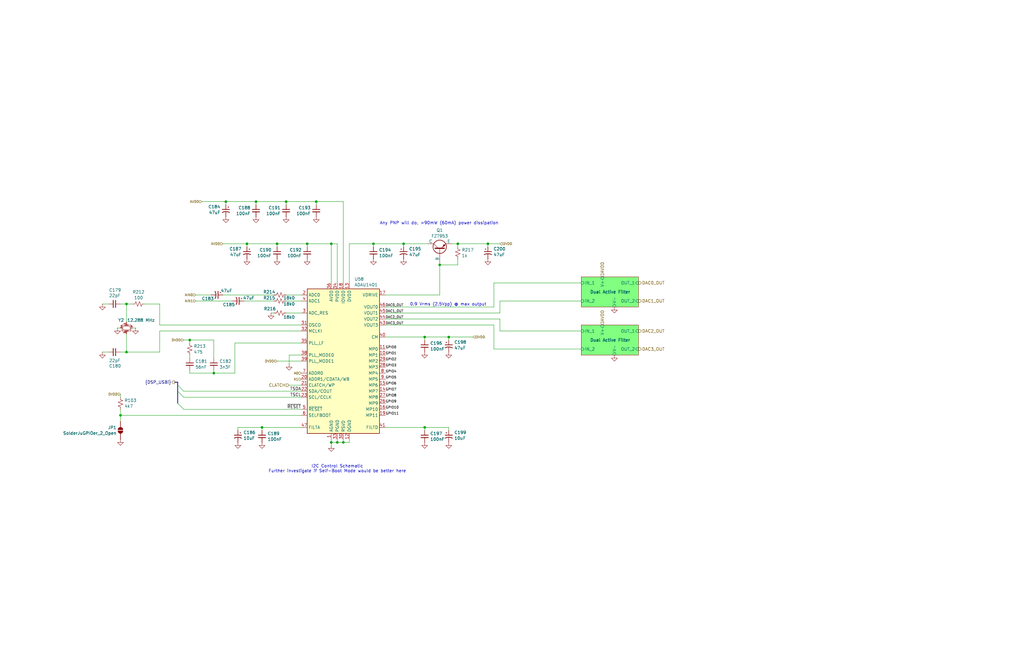
<source format=kicad_sch>
(kicad_sch (version 20250114) (generator "eeschema") (generator_version "9.0")
  (paper "B")
  (lib_symbols
    (symbol "DSP_AnalogDevices:ADAU1701"
      (property "Reference" "U" (at -12.7 31.75 0))
      (property "Value" "ADAU1701" (at 3.81 31.75 0))
      (symbol "ADAU1701_0_1"
        (rectangle (start -15.24 30.48) (end 15.24 -30.48) (stroke (width 0.254)) (fill (type background)))
      )
      (symbol "ADAU1701_1_1"
        (pin input line (at -17.78 27.94 0) (length 2.54) (name "ADC0") (number "2"))
        (pin input line (at -17.78 25.4 0) (length 2.54) (name "ADC1") (number "4"))
        (pin passive line (at -17.78 20.32 0) (length 2.54) (name "ADC_RES") (number "3"))
        (pin passive line (at -17.78 15.24 0) (length 2.54) (name "OSCO") (number "31"))
        (pin passive line (at -17.78 12.7 0) (length 2.54) (name "MCLKI") (number "32"))
        (pin passive line (at -17.78 7.62 0) (length 2.54) (name "PLL_LF") (number "35"))
        (pin input line (at -17.78 2.54 0) (length 2.54) (name "PLL_MODE0") (number "38"))
        (pin input line (at -17.78 0 0) (length 2.54) (name "PLL_MODE1") (number "39"))
        (pin input line (at -17.78 -5.08 0) (length 2.54) (name "ADDR0") (number "7"))
        (pin input line (at -17.78 -7.62 0) (length 2.54) (name "ADDR1/CDATA/WB") (number "20"))
        (pin bidirectional line (at -17.78 -10.16 0) (length 2.54) (name "CLATCH/WP") (number "21"))
        (pin bidirectional line (at -17.78 -12.7 0) (length 2.54) (name "SDA/COUT") (number "22"))
        (pin bidirectional line (at -17.78 -15.24 0) (length 2.54) (name "SCL/CCLK") (number "23"))
        (pin input line (at -17.78 -20.32 0) (length 2.54) (name "~{RESET}") (number "5"))
        (pin input line (at -17.78 -22.86 0) (length 2.54) (name "SELFBOOT") (number "6"))
        (pin output line (at -17.78 -27.94 0) (length 2.54) (name "FILTA") (number "47"))
        (pin power_in line (at -5.08 33.02 270) (length 2.54) (name "AVDD") (number "36"))
        (pin passive line (at -5.08 33.02 270) (length 2.54) (hide yes) (name "AVDD") (number "48"))
        (pin power_in line (at -5.08 -33.02 90) (length 2.54) (name "AGND") (number "1"))
        (pin passive line (at -5.08 -33.02 90) (length 2.54) (hide yes) (name "AGND") (number "37"))
        (pin passive line (at -5.08 -33.02 90) (length 2.54) (hide yes) (name "AGND") (number "42"))
        (pin power_in line (at -2.54 33.02 270) (length 2.54) (name "PVDD") (number "34"))
        (pin power_in line (at -2.54 -33.02 90) (length 2.54) (name "PGND") (number "33"))
        (pin power_in line (at 0 33.02 270) (length 2.54) (name "IOVDD") (number "18"))
        (pin passive line (at 0 -33.02 90) (length 2.54) (name "RSVD") (number "30"))
        (pin power_in line (at 2.54 33.02 270) (length 2.54) (name "DVDD") (number "13"))
        (pin passive line (at 2.54 33.02 270) (length 2.54) (hide yes) (name "DVDD") (number "24"))
        (pin power_in line (at 2.54 -33.02 90) (length 2.54) (name "DGND") (number "12"))
        (pin passive line (at 2.54 -33.02 90) (length 2.54) (hide yes) (name "DGND") (number "25"))
        (pin output line (at 17.78 27.94 180) (length 2.54) (name "VDRIVE") (number "17"))
        (pin output line (at 17.78 22.86 180) (length 2.54) (name "VOUT0") (number "46"))
        (pin output line (at 17.78 20.32 180) (length 2.54) (name "VOUT1") (number "45"))
        (pin output line (at 17.78 17.78 180) (length 2.54) (name "VOUT2") (number "44"))
        (pin output line (at 17.78 15.24 180) (length 2.54) (name "VOUT3") (number "43"))
        (pin output line (at 17.78 10.16 180) (length 2.54) (name "CM") (number "40"))
        (pin bidirectional line (at 17.78 5.08 180) (length 2.54) (name "MP0") (number "11"))
        (pin bidirectional line (at 17.78 2.54 180) (length 2.54) (name "MP1") (number "10"))
        (pin bidirectional line (at 17.78 0 180) (length 2.54) (name "MP2") (number "29"))
        (pin bidirectional line (at 17.78 -2.54 180) (length 2.54) (name "MP3") (number "28"))
        (pin bidirectional line (at 17.78 -5.08 180) (length 2.54) (name "MP4") (number "8"))
        (pin bidirectional line (at 17.78 -7.62 180) (length 2.54) (name "MP5") (number "9"))
        (pin bidirectional line (at 17.78 -10.16 180) (length 2.54) (name "MP6") (number "15"))
        (pin bidirectional line (at 17.78 -12.7 180) (length 2.54) (name "MP7") (number "14"))
        (pin bidirectional line (at 17.78 -15.24 180) (length 2.54) (name "MP8") (number "27"))
        (pin bidirectional line (at 17.78 -17.78 180) (length 2.54) (name "MP9") (number "26"))
        (pin bidirectional line (at 17.78 -20.32 180) (length 2.54) (name "MP10") (number "16"))
        (pin bidirectional line (at 17.78 -22.86 180) (length 2.54) (name "MP11") (number "19"))
        (pin output line (at 17.78 -27.94 180) (length 2.54) (name "FILTD") (number "41"))
      )
    )
    (symbol "Device:C_Polarized_Small_US" (pin_numbers (hide yes)) (pin_names (offset 0.254) (hide yes))
      (property "Reference" "C" (at 0.254 1.778 0))
      (property "Value" "C_Polarized_Small_US" (at 0.254 -2.032 0))
      (symbol "C_Polarized_Small_US_0_1"
        (polyline (pts (xy -1.524 0.508) (xy 1.524 0.508)) (stroke (width 0.3048)))
        (polyline (pts (xy -1.27 1.524) (xy -0.762 1.524)))
        (polyline (pts (xy -1.016 1.27) (xy -1.016 1.778)))
        (arc (start -1.524 -0.762) (mid 0 -0.3734) (end 1.524 -0.762) (stroke (width 0.3048)))
      )
      (symbol "C_Polarized_Small_US_1_1"
        (pin passive line (at 0 2.54 270) (length 2.032) (name "~") (number "1"))
        (pin passive line (at 0 -2.54 90) (length 2.032) (name "~") (number "2"))
      )
    )
    (symbol "Device:C_Small" (pin_numbers (hide yes)) (pin_names (offset 0.254) (hide yes))
      (property "Reference" "C" (at 0.254 1.778 0))
      (property "Value" "C_Small" (at 0.254 -2.032 0))
      (symbol "C_Small_0_1"
        (polyline (pts (xy -1.524 0.508) (xy 1.524 0.508)) (stroke (width 0.3048)))
        (polyline (pts (xy -1.524 -0.508) (xy 1.524 -0.508)) (stroke (width 0.3302)))
      )
      (symbol "C_Small_1_1"
        (pin passive line (at 0 2.54 270) (length 2.032) (name "~") (number "1"))
        (pin passive line (at 0 -2.54 90) (length 2.032) (name "~") (number "2"))
      )
    )
    (symbol "Device:Crystal_GND24_Small" (pin_names (offset 1.016) (hide yes))
      (property "Reference" "Y" (at 1.27 4.445 0))
      (property "Value" "Crystal_GND24_Small" (at 1.27 2.54 0))
      (symbol "Crystal_GND24_Small_0_1"
        (polyline (pts (xy -1.27 1.27) (xy -1.27 1.905) (xy 1.27 1.905) (xy 1.27 1.27)))
        (polyline (pts (xy -1.27 -0.762) (xy -1.27 0.762)) (stroke (width 0.381)))
        (polyline (pts (xy -1.27 -1.27) (xy -1.27 -1.905) (xy 1.27 -1.905) (xy 1.27 -1.27)))
        (rectangle (start -0.762 -1.524) (end 0.762 1.524))
        (polyline (pts (xy 1.27 -0.762) (xy 1.27 0.762)) (stroke (width 0.381)))
      )
      (symbol "Crystal_GND24_Small_1_1"
        (pin passive line (at -2.54 0 0) (length 1.27) (name "1") (number "1"))
        (pin passive line (at 0 2.54 270) (length 0.635) (name "4") (number "4"))
        (pin passive line (at 0 -2.54 90) (length 0.635) (name "2") (number "2"))
        (pin passive line (at 2.54 0 180) (length 1.27) (name "3") (number "3"))
      )
    )
    (symbol "Device:R_Small_US" (pin_numbers (hide yes)) (pin_names (offset 0.254) (hide yes))
      (property "Reference" "R" (at 0.762 0.508 0))
      (property "Value" "R_Small_US" (at 0.762 -1.016 0))
      (symbol "R_Small_US_1_1"
        (polyline (pts (xy 0 1.524) (xy 1.016 1.143) (xy 0 0.762) (xy -1.016 0.381) (xy 0 0)))
        (polyline (pts (xy 0 0) (xy 1.016 -0.381) (xy 0 -0.762) (xy -1.016 -1.143) (xy 0 -1.524)))
        (pin passive line (at 0 2.54 270) (length 1.016) (name "~") (number "1"))
        (pin passive line (at 0 -2.54 90) (length 1.016) (name "~") (number "2"))
      )
    )
    (symbol "Jumper:SolderJumper_2_Open" (pin_numbers (hide yes)) (pin_names (offset 0) (hide yes)) (exclude_from_sim yes) (in_bom no)
      (property "Reference" "JP" (at 0 2.032 0))
      (property "Value" "SolderJumper_2_Open" (at 0 -2.54 0))
      (symbol "SolderJumper_2_Open_0_1"
        (polyline (pts (xy -0.254 1.016) (xy -0.254 -1.016)))
        (arc (start -0.254 -1.016) (mid -1.2656 0) (end -0.254 1.016))
        (arc (start -0.254 -1.016) (mid -1.2656 0) (end -0.254 1.016) (fill (type outline)))
        (arc (start 0.254 1.016) (mid 1.2656 0) (end 0.254 -1.016))
        (arc (start 0.254 1.016) (mid 1.2656 0) (end 0.254 -1.016) (fill (type outline)))
        (polyline (pts (xy 0.254 1.016) (xy 0.254 -1.016)))
      )
      (symbol "SolderJumper_2_Open_1_1"
        (pin passive line (at -3.81 0 0) (length 2.54) (name "A") (number "1"))
        (pin passive line (at 3.81 0 180) (length 2.54) (name "B") (number "2"))
      )
    )
    (symbol "Simulation_SPICE:PNP" (pin_numbers (hide yes)) (pin_names (offset 0))
      (property "Reference" "Q" (at -2.54 7.62 0))
      (property "Value" "PNP" (at -2.54 5.08 0))
      (symbol "PNP_0_1"
        (polyline (pts (xy -2.54 0) (xy 0.635 0)) (stroke (width 0.1524)))
        (polyline (pts (xy 0.635 1.905) (xy 0.635 -1.905) (xy 0.635 -1.905)) (stroke (width 0.508)))
        (polyline (pts (xy 0.635 0.635) (xy 2.54 2.54)))
        (polyline (pts (xy 0.635 -0.635) (xy 2.54 -2.54) (xy 2.54 -2.54)))
        (circle (center 1.27 0) (radius 2.8194) (stroke (width 0.254)))
        (polyline (pts (xy 2.286 -1.778) (xy 1.778 -2.286) (xy 1.27 -1.27) (xy 2.286 -1.778) (xy 2.286 -1.778)) (fill (type outline)))
      )
      (symbol "PNP_1_1"
        (pin input line (at -5.08 0 0) (length 2.54) (name "B") (number "2"))
        (pin open_collector line (at 2.54 5.08 270) (length 2.54) (name "C") (number "1"))
        (pin open_emitter line (at 2.54 -5.08 90) (length 2.54) (name "E") (number "3"))
      )
    )
    (symbol "power:GND" (power) (pin_numbers (hide yes)) (pin_names (offset 0) (hide yes))
      (property "Value" "GND" (at 0 -3.81 0))
      (symbol "GND_0_1"
        (polyline (pts (xy 0 0) (xy 0 -1.27) (xy 1.27 -1.27) (xy 0 -2.54) (xy -1.27 -1.27) (xy 0 -1.27)))
      )
      (symbol "GND_1_1"
        (pin power_in line (at 0 0 270) (length 0) (name "~") (number "1"))
      )
    )
  )
  (text "Any PNP will do, >90mW (60mA) power dissipation" (at 185.166 94.234 0) (effects (font (size 1.27 1.27))))
  (text "I2C Control Schematic\nFurther investigate if Self-Boot Mode would be better here" (at 142.24 197.866 0) (effects (font (size 1.27 1.27))))
  (text "0.9 Vrms (2.5Vpp) @ max output" (at 188.976 128.524 0) (effects (font (size 1.27 1.27))))
  (junction (at 110.49 180.34))
  (junction (at 120.65 85.09))
  (junction (at 179.07 142.24))
  (junction (at 80.01 143.51))
  (junction (at 144.78 186.69))
  (junction (at 170.18 102.87))
  (junction (at 90.17 157.48))
  (junction (at 193.04 102.87))
  (junction (at 50.8 175.26))
  (junction (at 107.95 85.09))
  (junction (at 116.84 102.87))
  (junction (at 129.54 102.87))
  (junction (at 142.24 186.69))
  (junction (at 157.48 102.87))
  (junction (at 185.42 111.76))
  (junction (at 104.14 102.87))
  (junction (at 139.7 186.69))
  (junction (at 189.23 142.24))
  (junction (at 205.74 102.87))
  (junction (at 53.34 148.59))
  (junction (at 133.35 85.09))
  (junction (at 53.34 128.27))
  (junction (at 179.07 180.34))
  (junction (at 95.25 85.09))
  (junction (at 139.7 102.87))
  (bus_entry (at 74.93 162.56) (size 2.54 2.54))
  (bus_entry (at 74.93 165.1) (size 2.54 2.54))
  (bus_entry (at 74.93 170.18) (size 2.54 2.54))
  (wire (pts (xy 210.82 139.7) (xy 245.11 139.7)))
  (wire (pts (xy 144.78 85.09) (xy 144.78 119.38)))
  (wire (pts (xy 127 180.34) (xy 110.49 180.34)))
  (wire (pts (xy 179.07 142.24) (xy 162.56 142.24)))
  (wire (pts (xy 142.24 185.42) (xy 142.24 186.69)))
  (wire (pts (xy 50.8 128.27) (xy 53.34 128.27)))
  (wire (pts (xy 121.92 149.86) (xy 127 149.86)))
  (wire (pts (xy 116.84 102.87) (xy 129.54 102.87)))
  (wire (pts (xy 57.15 138.43) (xy 55.88 138.43)))
  (wire (pts (xy 133.35 85.09) (xy 120.65 85.09)))
  (wire (pts (xy 67.31 128.27) (xy 67.31 137.16)))
  (wire (pts (xy 49.53 138.43) (xy 50.8 138.43)))
  (wire (pts (xy 142.24 186.69) (xy 144.78 186.69)))
  (wire (pts (xy 170.18 102.87) (xy 180.34 102.87)))
  (wire (pts (xy 121.92 162.56) (xy 127 162.56)))
  (wire (pts (xy 120.65 85.09) (xy 107.95 85.09)))
  (wire (pts (xy 162.56 180.34) (xy 179.07 180.34)))
  (wire (pts (xy 193.04 102.87) (xy 205.74 102.87)))
  (wire (pts (xy 189.23 143.51) (xy 189.23 142.24)))
  (wire (pts (xy 100.33 181.61) (xy 100.33 180.34)))
  (wire (pts (xy 77.47 167.64) (xy 127 167.64)))
  (wire (pts (xy 208.28 147.32) (xy 245.11 147.32)))
  (wire (pts (xy 139.7 186.69) (xy 139.7 187.96)))
  (wire (pts (xy 116.84 152.4) (xy 127 152.4)))
  (wire (pts (xy 210.82 132.08) (xy 210.82 127)))
  (wire (pts (xy 179.07 142.24) (xy 179.07 143.51)))
  (wire (pts (xy 110.49 180.34) (xy 110.49 181.61)))
  (wire (pts (xy 82.55 127) (xy 97.79 127)))
  (wire (pts (xy 179.07 180.34) (xy 179.07 181.61)))
  (wire (pts (xy 53.34 148.59) (xy 53.34 140.97)))
  (wire (pts (xy 193.04 111.76) (xy 185.42 111.76)))
  (wire (pts (xy 147.32 185.42) (xy 147.32 186.69)))
  (wire (pts (xy 107.95 85.09) (xy 107.95 86.36)))
  (wire (pts (xy 99.06 157.48) (xy 90.17 157.48)))
  (bus (pts (xy 74.93 165.1) (xy 74.93 170.18)))
  (wire (pts (xy 67.31 137.16) (xy 127 137.16)))
  (wire (pts (xy 133.35 85.09) (xy 144.78 85.09)))
  (wire (pts (xy 129.54 102.87) (xy 139.7 102.87)))
  (wire (pts (xy 77.47 143.51) (xy 80.01 143.51)))
  (wire (pts (xy 110.49 180.34) (xy 100.33 180.34)))
  (wire (pts (xy 179.07 180.34) (xy 189.23 180.34)))
  (wire (pts (xy 162.56 129.54) (xy 208.28 129.54)))
  (wire (pts (xy 107.95 85.09) (xy 95.25 85.09)))
  (wire (pts (xy 189.23 142.24) (xy 199.39 142.24)))
  (wire (pts (xy 90.17 143.51) (xy 80.01 143.51)))
  (wire (pts (xy 205.74 102.87) (xy 210.82 102.87)))
  (wire (pts (xy 120.65 85.09) (xy 120.65 86.36)))
  (wire (pts (xy 116.84 102.87) (xy 116.84 104.14)))
  (wire (pts (xy 127 139.7) (xy 67.31 139.7)))
  (wire (pts (xy 139.7 102.87) (xy 139.7 119.38)))
  (wire (pts (xy 82.55 124.46) (xy 88.9 124.46)))
  (wire (pts (xy 50.8 177.8) (xy 50.8 175.26)))
  (wire (pts (xy 189.23 142.24) (xy 179.07 142.24)))
  (wire (pts (xy 185.42 124.46) (xy 185.42 111.76)))
  (wire (pts (xy 45.72 148.59) (xy 43.18 148.59)))
  (wire (pts (xy 193.04 109.22) (xy 193.04 111.76)))
  (wire (pts (xy 157.48 102.87) (xy 147.32 102.87)))
  (wire (pts (xy 189.23 181.61) (xy 189.23 180.34)))
  (wire (pts (xy 210.82 134.62) (xy 210.82 139.7)))
  (wire (pts (xy 147.32 186.69) (xy 144.78 186.69)))
  (wire (pts (xy 129.54 102.87) (xy 129.54 104.14)))
  (wire (pts (xy 90.17 143.51) (xy 90.17 151.13)))
  (wire (pts (xy 45.72 128.27) (xy 43.18 128.27)))
  (wire (pts (xy 208.28 137.16) (xy 208.28 147.32)))
  (wire (pts (xy 157.48 102.87) (xy 157.48 104.14)))
  (wire (pts (xy 85.09 85.09) (xy 95.25 85.09)))
  (wire (pts (xy 80.01 151.13) (xy 80.01 149.86)))
  (wire (pts (xy 50.8 172.72) (xy 50.8 175.26)))
  (wire (pts (xy 185.42 111.76) (xy 185.42 110.49)))
  (wire (pts (xy 60.96 128.27) (xy 67.31 128.27)))
  (wire (pts (xy 147.32 102.87) (xy 147.32 119.38)))
  (wire (pts (xy 170.18 102.87) (xy 157.48 102.87)))
  (wire (pts (xy 99.06 144.78) (xy 99.06 157.48)))
  (wire (pts (xy 50.8 148.59) (xy 53.34 148.59)))
  (wire (pts (xy 162.56 132.08) (xy 210.82 132.08)))
  (wire (pts (xy 53.34 128.27) (xy 55.88 128.27)))
  (wire (pts (xy 162.56 137.16) (xy 208.28 137.16)))
  (wire (pts (xy 53.34 128.27) (xy 53.34 135.89)))
  (wire (pts (xy 99.06 144.78) (xy 127 144.78)))
  (wire (pts (xy 120.65 132.08) (xy 127 132.08)))
  (wire (pts (xy 90.17 156.21) (xy 90.17 157.48)))
  (wire (pts (xy 193.04 104.14) (xy 193.04 102.87)))
  (wire (pts (xy 50.8 175.26) (xy 127 175.26)))
  (wire (pts (xy 208.28 129.54) (xy 208.28 119.38)))
  (wire (pts (xy 93.98 102.87) (xy 104.14 102.87)))
  (wire (pts (xy 142.24 102.87) (xy 139.7 102.87)))
  (wire (pts (xy 133.35 85.09) (xy 133.35 86.36)))
  (wire (pts (xy 193.04 102.87) (xy 190.5 102.87)))
  (wire (pts (xy 80.01 144.78) (xy 80.01 143.51)))
  (wire (pts (xy 102.87 127) (xy 115.57 127)))
  (bus (pts (xy 74.93 162.56) (xy 74.93 165.1)))
  (wire (pts (xy 120.65 127) (xy 127 127)))
  (wire (pts (xy 50.8 166.37) (xy 50.8 167.64)))
  (wire (pts (xy 162.56 134.62) (xy 210.82 134.62)))
  (wire (pts (xy 67.31 148.59) (xy 53.34 148.59)))
  (wire (pts (xy 139.7 186.69) (xy 142.24 186.69)))
  (wire (pts (xy 93.98 124.46) (xy 115.57 124.46)))
  (wire (pts (xy 162.56 124.46) (xy 185.42 124.46)))
  (bus (pts (xy 74.93 161.29) (xy 73.66 161.29)))
  (wire (pts (xy 80.01 157.48) (xy 80.01 156.21)))
  (wire (pts (xy 77.47 165.1) (xy 127 165.1)))
  (wire (pts (xy 67.31 139.7) (xy 67.31 148.59)))
  (wire (pts (xy 114.3 132.08) (xy 115.57 132.08)))
  (wire (pts (xy 210.82 127) (xy 245.11 127)))
  (wire (pts (xy 121.92 149.86) (xy 121.92 153.67)))
  (wire (pts (xy 144.78 185.42) (xy 144.78 186.69)))
  (wire (pts (xy 77.47 172.72) (xy 127 172.72)))
  (wire (pts (xy 90.17 157.48) (xy 80.01 157.48)))
  (wire (pts (xy 104.14 102.87) (xy 116.84 102.87)))
  (wire (pts (xy 142.24 119.38) (xy 142.24 102.87)))
  (wire (pts (xy 208.28 119.38) (xy 245.11 119.38)))
  (wire (pts (xy 205.74 102.87) (xy 205.74 104.14)))
  (wire (pts (xy 104.14 102.87) (xy 104.14 104.14)))
  (wire (pts (xy 139.7 185.42) (xy 139.7 186.69)))
  (wire (pts (xy 95.25 85.09) (xy 95.25 86.36)))
  (bus (pts (xy 74.93 161.29) (xy 74.93 162.56)))
  (wire (pts (xy 170.18 102.87) (xy 170.18 104.14)))
  (wire (pts (xy 120.65 124.46) (xy 127 124.46)))
  (label "GPIO5" (at 162.56 160.02 0) (effects (font (size 1 1))))
  (label "TSCL" (at 127 167.64 180))
  (label "GPIO1" (at 162.56 149.86 0) (effects (font (size 1 1))))
  (label "GPIO11" (at 162.56 175.26 0) (effects (font (size 1 1))))
  (label "DAC0_OUT" (at 162.56 129.54 0) (effects (font (size 1 1))))
  (label "GPIO8" (at 162.56 167.64 0) (effects (font (size 1 1))))
  (label "GPIO0" (at 162.56 147.32 0) (effects (font (size 1 1))))
  (label "GPIO2" (at 162.56 152.4 0) (effects (font (size 1 1))))
  (label "GPIO10" (at 162.56 172.72 0) (effects (font (size 1 1))))
  (label "~{RESET}" (at 127 172.72 180))
  (label "GPIO3" (at 162.56 154.94 0) (effects (font (size 1 1))))
  (label "DAC2_OUT" (at 162.56 134.62 0) (effects (font (size 1 1))))
  (label "GPIO7" (at 162.56 165.1 0) (effects (font (size 1 1))))
  (label "TSDA" (at 127 165.1 180))
  (label "DAC3_OUT" (at 162.56 137.16 0) (effects (font (size 1 1))))
  (label "GPIO4" (at 162.56 157.48 0) (effects (font (size 1 1))))
  (label "GPIO6" (at 162.56 162.56 0) (effects (font (size 1 1))))
  (label "GPIO9" (at 162.56 170.18 0) (effects (font (size 1 1))))
  (label "DAC1_OUT" (at 162.56 132.08 0) (effects (font (size 1 1))))
  (hierarchical_label "DVDD" (shape input) (at 199.39 142.24 0) (effects (font (size 1 1))))
  (hierarchical_label "AIN1" (shape input) (at 82.55 127 180) (effects (font (size 1 1))))
  (hierarchical_label "AVDD" (shape input) (at 254 137.16 90))
  (hierarchical_label "A0" (shape input) (at 127 157.48 180) (effects (font (size 1 1))))
  (hierarchical_label "DAC2_OUT" (shape output) (at 269.24 139.7 0))
  (hierarchical_label "DVDD" (shape input) (at 77.47 143.51 180) (effects (font (size 1 1))))
  (hierarchical_label "AIN0" (shape input) (at 82.55 124.46 180) (effects (font (size 1 1))))
  (hierarchical_label "{DSP_USBi}" (shape output) (at 73.66 161.29 180))
  (hierarchical_label "DVDD" (shape input) (at 50.8 166.37 180) (effects (font (size 1 1))))
  (hierarchical_label "DAC0_OUT" (shape output) (at 269.24 119.38 0))
  (hierarchical_label "DAC1_OUT" (shape output) (at 269.24 127 0))
  (hierarchical_label "AVDD" (shape input) (at 93.98 102.87 180) (effects (font (size 1 1))))
  (hierarchical_label "AVDD" (shape input) (at 254 116.84 90))
  (hierarchical_label "DAC3_OUT" (shape output) (at 269.24 147.32 0))
  (hierarchical_label "DVDD" (shape input) (at 210.82 102.87 0) (effects (font (size 1 1))))
  (hierarchical_label "CLATCH" (shape input) (at 121.92 162.56 180))
  (hierarchical_label "A1" (shape input) (at 127 160.02 180) (effects (font (size 1 1))))
  (hierarchical_label "AVDD" (shape input) (at 85.09 85.09 180) (effects (font (size 1 1))))
  (hierarchical_label "DVDD" (shape input) (at 116.84 152.4 180) (effects (font (size 1 1))))
  (symbol (lib_id "Jumper:SolderJumper_2_Open") (at 50.8 181.61 90) (unit 1) (exclude_from_sim yes) (in_bom no)
    (property "Reference" "JP1" (at 49.149 180.3978 90) (effects (justify left)))
    (property "Value" "SolderJuGPIOer_2_Open" (at 49.149 182.8221 90) (effects (justify left)))
    (property "Description" "Solder Jumper, 2-pole, open" (effects (hide yes)))
    (instances (project "PilotAudioPanel" (path "" (reference "JP1") (unit 1)) (path "" (reference "JP3") (unit 1)) (path "" (reference "JP2") (unit 1)) (path "" (reference "JP4") (unit 1))))
  )
  (symbol (lib_id "Device:C_Small") (at 107.95 88.9 0) (mirror y) (unit 1)
    (property "Reference" "C188" (at 105.6259 87.6941 0) (effects (justify left)))
    (property "Value" "100nF" (at 105.6259 90.1184 0) (effects (justify left)))
    (property "Description" "Unpolarized capacitor, small symbol" (effects (hide yes)))
    (instances (project "PilotAudioPanel" (path "" (reference "C188") (unit 1)) (path "" (reference "C492") (unit 1)) (path "" (reference "C464") (unit 1)) (path "" (reference "C710") (unit 1))))
  )
  (symbol (lib_id "power:GND") (at 179.07 148.59 0) (unit 1)
    (property "Reference" "#PWR0353" (effects (hide yes)))
    (property "Value" "GND" (effects (hide yes)))
    (property "Description" "Power symbol creates a global label with name \"GND\" , ground" (effects (hide yes)))
    (instances (project "PilotAudioPanel" (path "" (reference "#PWR0353") (unit 1)) (path "" (reference "#PWR0663") (unit 1)) (path "" (reference "#PWR0444") (unit 1)) (path "" (reference "#PWR0636") (unit 1))))
  )
  (symbol (lib_id "power:GND") (at 139.7 187.96 0) (unit 1)
    (property "Reference" "#PWR0350" (effects (hide yes)))
    (property "Value" "GND" (effects (hide yes)))
    (property "Description" "Power symbol creates a global label with name \"GND\" , ground" (effects (hide yes)))
    (instances (project "PilotAudioPanel" (path "" (reference "#PWR0350") (unit 1)) (path "" (reference "#PWR0660") (unit 1)) (path "" (reference "#PWR0441") (unit 1)) (path "" (reference "#PWR0633") (unit 1))))
  )
  (symbol (lib_id "power:GND") (at 189.23 186.69 0) (unit 1)
    (property "Reference" "#PWR0356" (effects (hide yes)))
    (property "Value" "GND" (effects (hide yes)))
    (property "Description" "Power symbol creates a global label with name \"GND\" , ground" (effects (hide yes)))
    (instances (project "PilotAudioPanel" (path "" (reference "#PWR0356") (unit 1)) (path "" (reference "#PWR0666") (unit 1)) (path "" (reference "#PWR0447") (unit 1)) (path "" (reference "#PWR0639") (unit 1))))
  )
  (symbol (lib_id "power:GND") (at 100.33 186.69 0) (mirror y) (unit 1)
    (property "Reference" "#PWR0340" (effects (hide yes)))
    (property "Value" "GND" (effects (hide yes)))
    (property "Description" "Power symbol creates a global label with name \"GND\" , ground" (effects (hide yes)))
    (instances (project "PilotAudioPanel" (path "" (reference "#PWR0340") (unit 1)) (path "" (reference "#PWR0650") (unit 1)) (path "" (reference "#PWR0412") (unit 1)) (path "" (reference "#PWR0623") (unit 1))))
  )
  (symbol (lib_id "power:GND") (at 114.3 132.08 0) (unit 1)
    (property "Reference" "#PWR0344" (effects (hide yes)))
    (property "Value" "GND" (effects (hide yes)))
    (property "Description" "Power symbol creates a global label with name \"GND\" , ground" (effects (hide yes)))
    (instances (project "PilotAudioPanel" (path "" (reference "#PWR0344") (unit 1)) (path "" (reference "#PWR0654") (unit 1)) (path "" (reference "#PWR0435") (unit 1)) (path "" (reference "#PWR0627") (unit 1))))
  )
  (symbol (lib_id "power:GND") (at 170.18 109.22 0) (unit 1)
    (property "Reference" "#PWR0352" (effects (hide yes)))
    (property "Value" "GND" (effects (hide yes)))
    (property "Description" "Power symbol creates a global label with name \"GND\" , ground" (effects (hide yes)))
    (instances (project "PilotAudioPanel" (path "" (reference "#PWR0352") (unit 1)) (path "" (reference "#PWR0662") (unit 1)) (path "" (reference "#PWR0443") (unit 1)) (path "" (reference "#PWR0635") (unit 1))))
  )
  (symbol (lib_id "Device:C_Polarized_Small_US") (at 100.33 127 270) (unit 1)
    (property "Reference" "C185" (at 96.52 128.524 90))
    (property "Value" "47uF" (at 104.902 125.73 90))
    (property "Description" "Polarized capacitor, small US symbol" (effects (hide yes)))
    (instances (project "PilotAudioPanel" (path "" (reference "C185") (unit 1)) (path "" (reference "C489") (unit 1)) (path "" (reference "C456") (unit 1)) (path "" (reference "C707") (unit 1))))
  )
  (symbol (lib_id "Device:C_Polarized_Small_US") (at 104.14 106.68 0) (mirror y) (unit 1)
    (property "Reference" "C187" (at 101.8286 105.036 0) (effects (justify left)))
    (property "Value" "47uF" (at 101.8286 107.4603 0) (effects (justify left)))
    (property "Description" "Polarized capacitor, small US symbol" (effects (hide yes)))
    (instances (project "PilotAudioPanel" (path "" (reference "C187") (unit 1)) (path "" (reference "C491") (unit 1)) (path "" (reference "C459") (unit 1)) (path "" (reference "C709") (unit 1))))
  )
  (symbol (lib_id "power:GND") (at 95.25 91.44 0) (mirror y) (unit 1)
    (property "Reference" "#PWR0339" (effects (hide yes)))
    (property "Value" "GND" (effects (hide yes)))
    (property "Description" "Power symbol creates a global label with name \"GND\" , ground" (effects (hide yes)))
    (instances (project "PilotAudioPanel" (path "" (reference "#PWR0339") (unit 1)) (path "" (reference "#PWR0649") (unit 1)) (path "" (reference "#PWR0411") (unit 1)) (path "" (reference "#PWR0622") (unit 1))))
  )
  (symbol (lib_id "power:GND") (at 189.23 148.59 0) (unit 1)
    (property "Reference" "#PWR0355" (effects (hide yes)))
    (property "Value" "GND" (effects (hide yes)))
    (property "Description" "Power symbol creates a global label with name \"GND\" , ground" (effects (hide yes)))
    (instances (project "PilotAudioPanel" (path "" (reference "#PWR0355") (unit 1)) (path "" (reference "#PWR0665") (unit 1)) (path "" (reference "#PWR0446") (unit 1)) (path "" (reference "#PWR0638") (unit 1))))
  )
  (symbol (lib_id "Device:C_Small") (at 120.65 88.9 0) (mirror y) (unit 1)
    (property "Reference" "C191" (at 118.3259 87.6941 0) (effects (justify left)))
    (property "Value" "100nF" (at 118.3259 90.1184 0) (effects (justify left)))
    (property "Description" "Unpolarized capacitor, small symbol" (effects (hide yes)))
    (instances (project "PilotAudioPanel" (path "" (reference "C191") (unit 1)) (path "" (reference "C495") (unit 1)) (path "" (reference "C467") (unit 1)) (path "" (reference "C713") (unit 1))))
  )
  (symbol (lib_id "Device:C_Polarized_Small_US") (at 189.23 184.15 0) (unit 1)
    (property "Reference" "C199" (at 191.5414 182.506 0) (effects (justify left)))
    (property "Value" "10uF" (at 191.5414 184.9303 0) (effects (justify left)))
    (property "Description" "Polarized capacitor, small US symbol" (effects (hide yes)))
    (instances (project "PilotAudioPanel" (path "" (reference "C199") (unit 1)) (path "" (reference "C503") (unit 1)) (path "" (reference "C475") (unit 1)) (path "" (reference "C721") (unit 1))))
  )
  (symbol (lib_id "power:GND") (at 43.18 128.27 0) (unit 1)
    (property "Reference" "#PWR046" (effects (hide yes)))
    (property "Value" "GND" (effects (hide yes)))
    (property "Description" "Power symbol creates a global label with name \"GND\" , ground" (effects (hide yes)))
    (instances (project "PilotAudioPanel" (path "" (reference "#PWR046") (unit 1)) (path "" (reference "#PWR0644") (unit 1)) (path "" (reference "#PWR0401") (unit 1)) (path "" (reference "#PWR0617") (unit 1))))
  )
  (symbol (lib_id "power:GND") (at 116.84 109.22 0) (mirror y) (unit 1)
    (property "Reference" "#PWR0345" (effects (hide yes)))
    (property "Value" "GND" (effects (hide yes)))
    (property "Description" "Power symbol creates a global label with name \"GND\" , ground" (effects (hide yes)))
    (instances (project "PilotAudioPanel" (path "" (reference "#PWR0345") (unit 1)) (path "" (reference "#PWR0655") (unit 1)) (path "" (reference "#PWR0436") (unit 1)) (path "" (reference "#PWR0628") (unit 1))))
  )
  (symbol (lib_id "power:GND") (at 43.18 148.59 0) (unit 1)
    (property "Reference" "#PWR0335" (effects (hide yes)))
    (property "Value" "GND" (effects (hide yes)))
    (property "Description" "Power symbol creates a global label with name \"GND\" , ground" (effects (hide yes)))
    (instances (project "PilotAudioPanel" (path "" (reference "#PWR0335") (unit 1)) (path "" (reference "#PWR0645") (unit 1)) (path "" (reference "#PWR0403") (unit 1)) (path "" (reference "#PWR0618") (unit 1))))
  )
  (symbol (lib_id "Device:C_Small") (at 48.26 128.27 270) (mirror x) (unit 1)
    (property "Reference" "C179" (at 45.974 122.428 90) (effects (justify left)))
    (property "Value" "22pF" (at 45.974 124.714 90) (effects (justify left)))
    (property "Description" "Unpolarized capacitor, small symbol" (effects (hide yes)))
    (instances (project "PilotAudioPanel" (path "" (reference "C179") (unit 1)) (path "" (reference "C483") (unit 1)) (path "" (reference "C444") (unit 1)) (path "" (reference "C701") (unit 1))))
  )
  (symbol (lib_id "power:GND") (at 179.07 186.69 0) (unit 1)
    (property "Reference" "#PWR0354" (effects (hide yes)))
    (property "Value" "GND" (effects (hide yes)))
    (property "Description" "Power symbol creates a global label with name \"GND\" , ground" (effects (hide yes)))
    (instances (project "PilotAudioPanel" (path "" (reference "#PWR0354") (unit 1)) (path "" (reference "#PWR0664") (unit 1)) (path "" (reference "#PWR0445") (unit 1)) (path "" (reference "#PWR0637") (unit 1))))
  )
  (symbol (lib_id "Device:C_Polarized_Small_US") (at 189.23 146.05 0) (unit 1)
    (property "Reference" "C198" (at 191.5414 144.406 0) (effects (justify left)))
    (property "Value" "47uF" (at 191.5414 146.8303 0) (effects (justify left)))
    (property "Description" "Polarized capacitor, small US symbol" (effects (hide yes)))
    (instances (project "PilotAudioPanel" (path "" (reference "C198") (unit 1)) (path "" (reference "C502") (unit 1)) (path "" (reference "C474") (unit 1)) (path "" (reference "C720") (unit 1))))
  )
  (symbol (lib_id "Device:C_Polarized_Small_US") (at 205.74 106.68 0) (unit 1)
    (property "Reference" "C200" (at 208.0514 105.036 0) (effects (justify left)))
    (property "Value" "47uF" (at 208.0514 107.4603 0) (effects (justify left)))
    (property "Description" "Polarized capacitor, small US symbol" (effects (hide yes)))
    (instances (project "PilotAudioPanel" (path "" (reference "C200") (unit 1)) (path "" (reference "C504") (unit 1)) (path "" (reference "C476") (unit 1)) (path "" (reference "C722") (unit 1))))
  )
  (symbol (lib_id "power:GND") (at 205.74 109.22 0) (unit 1)
    (property "Reference" "#PWR0357" (effects (hide yes)))
    (property "Value" "GND" (effects (hide yes)))
    (property "Description" "Power symbol creates a global label with name \"GND\" , ground" (effects (hide yes)))
    (instances (project "PilotAudioPanel" (path "" (reference "#PWR0357") (unit 1)) (path "" (reference "#PWR0667") (unit 1)) (path "" (reference "#PWR0449") (unit 1)) (path "" (reference "#PWR0640") (unit 1))))
  )
  (symbol (lib_id "power:GND") (at 259.08 129.54 0) (unit 1)
    (property "Reference" "#PWR0358" (effects (hide yes)))
    (property "Value" "GND" (effects (hide yes)))
    (property "Description" "Power symbol creates a global label with name \"GND\" , ground" (effects (hide yes)))
    (instances (project "PilotAudioPanel" (path "" (reference "#PWR0358") (unit 1)) (path "" (reference "#PWR0668") (unit 1)) (path "" (reference "#PWR0451") (unit 1)) (path "" (reference "#PWR0641") (unit 1))))
  )
  (symbol (lib_id "power:GND") (at 121.92 153.67 0) (mirror y) (unit 1)
    (property "Reference" "#PWR0347" (effects (hide yes)))
    (property "Value" "GND" (effects (hide yes)))
    (property "Description" "Power symbol creates a global label with name \"GND\" , ground" (effects (hide yes)))
    (instances (project "PilotAudioPanel" (path "" (reference "#PWR0347") (unit 1)) (path "" (reference "#PWR0657") (unit 1)) (path "" (reference "#PWR0438") (unit 1)) (path "" (reference "#PWR0630") (unit 1))))
  )
  (symbol (lib_id "power:GND") (at 107.95 91.44 0) (mirror y) (unit 1)
    (property "Reference" "#PWR0342" (effects (hide yes)))
    (property "Value" "GND" (effects (hide yes)))
    (property "Description" "Power symbol creates a global label with name \"GND\" , ground" (effects (hide yes)))
    (instances (project "PilotAudioPanel" (path "" (reference "#PWR0342") (unit 1)) (path "" (reference "#PWR0652") (unit 1)) (path "" (reference "#PWR0423") (unit 1)) (path "" (reference "#PWR0625") (unit 1))))
  )
  (symbol (lib_id "Device:R_Small_US") (at 80.01 147.32 0) (unit 1)
    (property "Reference" "R213" (at 81.661 146.1078 0) (effects (justify left)))
    (property "Value" "475" (at 81.661 148.5321 0) (effects (justify left)))
    (property "Description" "Resistor, small US symbol" (effects (hide yes)))
    (instances (project "PilotAudioPanel" (path "" (reference "R213") (unit 1)) (path "" (reference "R313") (unit 1)) (path "" (reference "R411") (unit 1)) (path "" (reference "R507") (unit 1))))
  )
  (symbol (lib_id "power:GND") (at 104.14 109.22 0) (mirror y) (unit 1)
    (property "Reference" "#PWR0341" (effects (hide yes)))
    (property "Value" "GND" (effects (hide yes)))
    (property "Description" "Power symbol creates a global label with name \"GND\" , ground" (effects (hide yes)))
    (instances (project "PilotAudioPanel" (path "" (reference "#PWR0341") (unit 1)) (path "" (reference "#PWR0651") (unit 1)) (path "" (reference "#PWR0422") (unit 1)) (path "" (reference "#PWR0624") (unit 1))))
  )
  (symbol (lib_id "Device:R_Small_US") (at 118.11 127 90) (unit 1)
    (property "Reference" "R215" (at 113.538 125.73 90))
    (property "Value" "18k0" (at 121.92 128.27 90))
    (property "Description" "Resistor, small US symbol" (effects (hide yes)))
    (instances (project "PilotAudioPanel" (path "" (reference "R215") (unit 1)) (path "" (reference "R315") (unit 1)) (path "" (reference "R416") (unit 1)) (path "" (reference "R509") (unit 1))))
  )
  (symbol (lib_id "Device:C_Small") (at 80.01 153.67 0) (unit 1)
    (property "Reference" "C181" (at 82.3341 152.4641 0) (effects (justify left)))
    (property "Value" "56nF" (at 82.3341 154.8884 0) (effects (justify left)))
    (property "Description" "Unpolarized capacitor, small symbol" (effects (hide yes)))
    (instances (project "PilotAudioPanel" (path "" (reference "C181") (unit 1)) (path "" (reference "C485") (unit 1)) (path "" (reference "C447") (unit 1)) (path "" (reference "C703") (unit 1))))
  )
  (symbol (lib_id "power:GND") (at 259.08 149.86 0) (unit 1)
    (property "Reference" "#PWR0359" (effects (hide yes)))
    (property "Value" "GND" (effects (hide yes)))
    (property "Description" "Power symbol creates a global label with name \"GND\" , ground" (effects (hide yes)))
    (instances (project "PilotAudioPanel" (path "" (reference "#PWR0359") (unit 1)) (path "" (reference "#PWR0669") (unit 1)) (path "" (reference "#PWR0452") (unit 1)) (path "" (reference "#PWR0642") (unit 1))))
  )
  (symbol (lib_id "power:GND") (at 110.49 186.69 0) (mirror y) (unit 1)
    (property "Reference" "#PWR0343" (effects (hide yes)))
    (property "Value" "GND" (effects (hide yes)))
    (property "Description" "Power symbol creates a global label with name \"GND\" , ground" (effects (hide yes)))
    (instances (project "PilotAudioPanel" (path "" (reference "#PWR0343") (unit 1)) (path "" (reference "#PWR0653") (unit 1)) (path "" (reference "#PWR0434") (unit 1)) (path "" (reference "#PWR0626") (unit 1))))
  )
  (symbol (lib_id "power:GND") (at 49.53 138.43 0) (unit 1)
    (property "Reference" "#PWR0336" (effects (hide yes)))
    (property "Value" "GND" (effects (hide yes)))
    (property "Description" "Power symbol creates a global label with name \"GND\" , ground" (effects (hide yes)))
    (instances (project "PilotAudioPanel" (path "" (reference "#PWR0336") (unit 1)) (path "" (reference "#PWR0646") (unit 1)) (path "" (reference "#PWR0405") (unit 1)) (path "" (reference "#PWR0619") (unit 1))))
  )
  (symbol (lib_id "Device:C_Polarized_Small_US") (at 91.44 124.46 270) (unit 1)
    (property "Reference" "C183" (at 87.63 125.984 90))
    (property "Value" "47uF" (at 95.504 122.682 90))
    (property "Description" "Polarized capacitor, small US symbol" (effects (hide yes)))
    (instances (project "PilotAudioPanel" (path "" (reference "C183") (unit 1)) (path "" (reference "C487") (unit 1)) (path "" (reference "C452") (unit 1)) (path "" (reference "C705") (unit 1))))
  )
  (symbol (lib_id "power:GND") (at 133.35 91.44 0) (mirror y) (unit 1)
    (property "Reference" "#PWR0349" (effects (hide yes)))
    (property "Value" "GND" (effects (hide yes)))
    (property "Description" "Power symbol creates a global label with name \"GND\" , ground" (effects (hide yes)))
    (instances (project "PilotAudioPanel" (path "" (reference "#PWR0349") (unit 1)) (path "" (reference "#PWR0659") (unit 1)) (path "" (reference "#PWR0440") (unit 1)) (path "" (reference "#PWR0632") (unit 1))))
  )
  (symbol (lib_id "Device:C_Small") (at 48.26 148.59 270) (unit 1)
    (property "Reference" "C180" (at 45.974 154.432 90) (effects (justify left)))
    (property "Value" "22pF" (at 45.974 152.146 90) (effects (justify left)))
    (property "Description" "Unpolarized capacitor, small symbol" (effects (hide yes)))
    (instances (project "PilotAudioPanel" (path "" (reference "C180") (unit 1)) (path "" (reference "C484") (unit 1)) (path "" (reference "C446") (unit 1)) (path "" (reference "C702") (unit 1))))
  )
  (symbol (lib_id "power:GND") (at 157.48 109.22 0) (unit 1)
    (property "Reference" "#PWR0351" (effects (hide yes)))
    (property "Value" "GND" (effects (hide yes)))
    (property "Description" "Power symbol creates a global label with name \"GND\" , ground" (effects (hide yes)))
    (instances (project "PilotAudioPanel" (path "" (reference "#PWR0351") (unit 1)) (path "" (reference "#PWR0661") (unit 1)) (path "" (reference "#PWR0442") (unit 1)) (path "" (reference "#PWR0634") (unit 1))))
  )
  (symbol (lib_id "Device:C_Small") (at 179.07 146.05 0) (unit 1)
    (property "Reference" "C196" (at 181.3941 144.8441 0) (effects (justify left)))
    (property "Value" "100nF" (at 181.3941 147.2684 0) (effects (justify left)))
    (property "Description" "Unpolarized capacitor, small symbol" (effects (hide yes)))
    (instances (project "PilotAudioPanel" (path "" (reference "C196") (unit 1)) (path "" (reference "C500") (unit 1)) (path "" (reference "C472") (unit 1)) (path "" (reference "C718") (unit 1))))
  )
  (symbol (lib_id "Device:C_Small") (at 157.48 106.68 0) (unit 1)
    (property "Reference" "C194" (at 159.8041 105.4741 0) (effects (justify left)))
    (property "Value" "100nF" (at 159.8041 107.8984 0) (effects (justify left)))
    (property "Description" "Unpolarized capacitor, small symbol" (effects (hide yes)))
    (instances (project "PilotAudioPanel" (path "" (reference "C194") (unit 1)) (path "" (reference "C498") (unit 1)) (path "" (reference "C470") (unit 1)) (path "" (reference "C716") (unit 1))))
  )
  (symbol (lib_id "power:GND") (at 120.65 91.44 0) (mirror y) (unit 1)
    (property "Reference" "#PWR0346" (effects (hide yes)))
    (property "Value" "GND" (effects (hide yes)))
    (property "Description" "Power symbol creates a global label with name \"GND\" , ground" (effects (hide yes)))
    (instances (project "PilotAudioPanel" (path "" (reference "#PWR0346") (unit 1)) (path "" (reference "#PWR0656") (unit 1)) (path "" (reference "#PWR0437") (unit 1)) (path "" (reference "#PWR0629") (unit 1))))
  )
  (symbol (lib_id "Device:C_Small") (at 179.07 184.15 0) (unit 1)
    (property "Reference" "C197" (at 181.3941 182.9441 0) (effects (justify left)))
    (property "Value" "100nF" (at 181.3941 185.3684 0) (effects (justify left)))
    (property "Description" "Unpolarized capacitor, small symbol" (effects (hide yes)))
    (instances (project "PilotAudioPanel" (path "" (reference "C197") (unit 1)) (path "" (reference "C501") (unit 1)) (path "" (reference "C473") (unit 1)) (path "" (reference "C719") (unit 1))))
  )
  (symbol (lib_id "power:GND") (at 129.54 109.22 0) (mirror y) (unit 1)
    (property "Reference" "#PWR0348" (effects (hide yes)))
    (property "Value" "GND" (effects (hide yes)))
    (property "Description" "Power symbol creates a global label with name \"GND\" , ground" (effects (hide yes)))
    (instances (project "PilotAudioPanel" (path "" (reference "#PWR0348") (unit 1)) (path "" (reference "#PWR0658") (unit 1)) (path "" (reference "#PWR0439") (unit 1)) (path "" (reference "#PWR0631") (unit 1))))
  )
  (symbol (lib_id "Device:C_Small") (at 116.84 106.68 0) (mirror y) (unit 1)
    (property "Reference" "C190" (at 114.5159 105.4741 0) (effects (justify left)))
    (property "Value" "100nF" (at 114.5159 107.8984 0) (effects (justify left)))
    (property "Description" "Unpolarized capacitor, small symbol" (effects (hide yes)))
    (instances (project "PilotAudioPanel" (path "" (reference "C190") (unit 1)) (path "" (reference "C494") (unit 1)) (path "" (reference "C466") (unit 1)) (path "" (reference "C712") (unit 1))))
  )
  (symbol (lib_id "Device:R_Small_US") (at 193.04 106.68 0) (unit 1)
    (property "Reference" "R217" (at 194.691 105.4678 0) (effects (justify left)))
    (property "Value" "1k" (at 194.691 107.8921 0) (effects (justify left)))
    (property "Description" "Resistor, small US symbol" (effects (hide yes)))
    (instances (project "PilotAudioPanel" (path "" (reference "R217") (unit 1)) (path "" (reference "R317") (unit 1)) (path "" (reference "R422") (unit 1)) (path "" (reference "R511") (unit 1))))
  )
  (symbol (lib_id "Device:C_Small") (at 110.49 184.15 0) (unit 1)
    (property "Reference" "C189" (at 112.8141 182.9441 0) (effects (justify left)))
    (property "Value" "100nF" (at 112.8141 185.3684 0) (effects (justify left)))
    (property "Description" "Unpolarized capacitor, small symbol" (effects (hide yes)))
    (instances (project "PilotAudioPanel" (path "" (reference "C189") (unit 1)) (path "" (reference "C493") (unit 1)) (path "" (reference "C465") (unit 1)) (path "" (reference "C711") (unit 1))))
  )
  (symbol (lib_id "Device:R_Small_US") (at 58.42 128.27 90) (unit 1)
    (property "Reference" "R212" (at 58.42 123.2365 90))
    (property "Value" "100" (at 58.42 125.6608 90))
    (property "Description" "Resistor, small US symbol" (effects (hide yes)))
    (instances (project "PilotAudioPanel" (path "" (reference "R212") (unit 1)) (path "" (reference "R312") (unit 1)) (path "" (reference "R410") (unit 1)) (path "" (reference "R506") (unit 1))))
  )
  (symbol (lib_id "Device:C_Small") (at 129.54 106.68 0) (mirror y) (unit 1)
    (property "Reference" "C192" (at 127.2159 105.4741 0) (effects (justify left)))
    (property "Value" "100nF" (at 127.2159 107.8984 0) (effects (justify left)))
    (property "Description" "Unpolarized capacitor, small symbol" (effects (hide yes)))
    (instances (project "PilotAudioPanel" (path "" (reference "C192") (unit 1)) (path "" (reference "C496") (unit 1)) (path "" (reference "C468") (unit 1)) (path "" (reference "C714") (unit 1))))
  )
  (symbol (lib_id "Device:C_Polarized_Small_US") (at 100.33 184.15 0) (mirror y) (unit 1)
    (property "Reference" "C186" (at 102.6414 182.506 0) (effects (justify right)))
    (property "Value" "10uF" (at 102.6414 184.9303 0) (effects (justify right)))
    (property "Description" "Polarized capacitor, small US symbol" (effects (hide yes)))
    (instances (project "PilotAudioPanel" (path "" (reference "C186") (unit 1)) (path "" (reference "C490") (unit 1)) (path "" (reference "C458") (unit 1)) (path "" (reference "C708") (unit 1))))
  )
  (symbol (lib_id "Device:C_Small") (at 90.17 153.67 0) (unit 1)
    (property "Reference" "C182" (at 92.4941 152.4641 0) (effects (justify left)))
    (property "Value" "3n3F" (at 92.4941 154.8884 0) (effects (justify left)))
    (property "Description" "Unpolarized capacitor, small symbol" (effects (hide yes)))
    (instances (project "PilotAudioPanel" (path "" (reference "C182") (unit 1)) (path "" (reference "C486") (unit 1)) (path "" (reference "C450") (unit 1)) (path "" (reference "C704") (unit 1))))
  )
  (symbol (lib_id "Device:R_Small_US") (at 118.11 124.46 90) (unit 1)
    (property "Reference" "R214" (at 113.538 123.19 90))
    (property "Value" "18k0" (at 121.92 125.73 90))
    (property "Description" "Resistor, small US symbol" (effects (hide yes)))
    (instances (project "PilotAudioPanel" (path "" (reference "R214") (unit 1)) (path "" (reference "R314") (unit 1)) (path "" (reference "R414") (unit 1)) (path "" (reference "R508") (unit 1))))
  )
  (symbol (lib_id "DSP_AnalogDevices:ADAU1701") (at 144.78 152.4 0) (unit 1)
    (property "Reference" "U58" (at 149.4633 117.7755 0) (effects (justify left)))
    (property "Value" "ADAU1401" (at 149.4633 120.1998 0) (effects (justify left)))
    (property "Footprint" "Package_QFP:LQFP-48_7x7mm_P0.5mm" (effects (hide yes)))
    (property "Datasheet" "https://www.analog.com/media/en/technical-documentation/data-sheets/ADAU1701.pdf" (effects (hide yes)))
    (property "Description" "SigmaDSP 28-/56-Bit Audio Processor with Two ADCs and Four DACs, 50 MIPS, 1kword Program RAM, 2kword Data RAM, LQFP-48" (effects (hide yes)))
    (instances (project "PilotAudioPanel" (path "" (reference "U58") (unit 1)) (path "" (reference "U88") (unit 1)) (path "" (reference "U72") (unit 1)) (path "" (reference "U118") (unit 1))))
  )
  (symbol (lib_id "Device:R_Small_US") (at 50.8 170.18 0) (unit 1)
    (property "Reference" "R103" (at 52.451 168.9678 0) (effects (justify left)))
    (property "Value" "4k7" (at 52.451 171.3921 0) (effects (justify left)))
    (property "Description" "Resistor, small US symbol" (effects (hide yes)))
    (instances (project "PilotAudioPanel" (path "" (reference "R103") (unit 1)) (path "" (reference "R311") (unit 1)) (path "" (reference "R408") (unit 1)) (path "" (reference "R505") (unit 1))))
  )
  (symbol (lib_id "power:GND") (at 50.8 185.42 0) (mirror y) (unit 1)
    (property "Reference" "#PWR0337" (effects (hide yes)))
    (property "Value" "GND" (effects (hide yes)))
    (property "Description" "Power symbol creates a global label with name \"GND\" , ground" (effects (hide yes)))
    (instances (project "PilotAudioPanel" (path "" (reference "#PWR0337") (unit 1)) (path "" (reference "#PWR0647") (unit 1)) (path "" (reference "#PWR0409") (unit 1)) (path "" (reference "#PWR0620") (unit 1))))
  )
  (symbol (lib_id "Device:Crystal_GND24_Small") (at 53.34 138.43 270) (unit 1)
    (property "Reference" "Y2" (at 51.054 135.128 90))
    (property "Value" "12.288 MHz" (at 59.436 135.128 90))
    (property "Description" "Four pin crystal, GND on pins 2 and 4, small symbol" (effects (hide yes)))
    (instances (project "PilotAudioPanel" (path "" (reference "Y2") (unit 1)) (path "" (reference "Y6") (unit 1)) (path "" (reference "Y3") (unit 1)) (path "" (reference "Y4") (unit 1))))
  )
  (symbol (lib_id "Device:C_Small") (at 133.35 88.9 0) (mirror y) (unit 1)
    (property "Reference" "C193" (at 131.0259 87.6941 0) (effects (justify left)))
    (property "Value" "100nF" (at 131.0259 90.1184 0) (effects (justify left)))
    (property "Description" "Unpolarized capacitor, small symbol" (effects (hide yes)))
    (instances (project "PilotAudioPanel" (path "" (reference "C193") (unit 1)) (path "" (reference "C497") (unit 1)) (path "" (reference "C469") (unit 1)) (path "" (reference "C715") (unit 1))))
  )
  (symbol (lib_id "Device:C_Polarized_Small_US") (at 170.18 106.68 0) (unit 1)
    (property "Reference" "C195" (at 172.4914 105.036 0) (effects (justify left)))
    (property "Value" "47uF" (at 172.4914 107.4603 0) (effects (justify left)))
    (property "Description" "Polarized capacitor, small US symbol" (effects (hide yes)))
    (instances (project "PilotAudioPanel" (path "" (reference "C195") (unit 1)) (path "" (reference "C499") (unit 1)) (path "" (reference "C471") (unit 1)) (path "" (reference "C717") (unit 1))))
  )
  (symbol (lib_id "Device:R_Small_US") (at 118.11 132.08 90) (unit 1)
    (property "Reference" "R216" (at 113.792 130.302 90))
    (property "Value" "18k0" (at 121.92 133.858 90))
    (property "Description" "Resistor, small US symbol" (effects (hide yes)))
    (instances (project "PilotAudioPanel" (path "" (reference "R216") (unit 1)) (path "" (reference "R316") (unit 1)) (path "" (reference "R417") (unit 1)) (path "" (reference "R510") (unit 1))))
  )
  (symbol (lib_id "Device:C_Polarized_Small_US") (at 95.25 88.9 0) (mirror y) (unit 1)
    (property "Reference" "C184" (at 92.9386 87.256 0) (effects (justify left)))
    (property "Value" "47uF" (at 92.9386 89.6803 0) (effects (justify left)))
    (property "Description" "Polarized capacitor, small US symbol" (effects (hide yes)))
    (instances (project "PilotAudioPanel" (path "" (reference "C184") (unit 1)) (path "" (reference "C488") (unit 1)) (path "" (reference "C453") (unit 1)) (path "" (reference "C706") (unit 1))))
  )
  (symbol (lib_id "Simulation_SPICE:PNP") (at 185.42 105.41 90) (unit 1)
    (property "Reference" "Q1" (at 185.42 97.1761 90))
    (property "Value" "FZT953" (at 185.42 99.6004 90))
    (property "Datasheet" "https://ngspice.sourceforge.io/docs/ngspice-html-manual/manual.xhtml#cha_BJTs" (effects (hide yes)))
    (property "Description" "Bipolar transistor symbol for simulation only, substrate tied to the emitter" (effects (hide yes)))
    (property "Sim.Device" "PNP" (effects (hide yes)))
    (property "Sim.Type" "GUMMELPOON" (effects (hide yes)))
    (property "Sim.Pins" "1=C 2=B 3=E" (effects (hide yes)))
    (instances (project "PilotAudioPanel" (path "" (reference "Q1") (unit 1)) (path "" (reference "Q4") (unit 1)) (path "" (reference "Q7") (unit 1)) (path "" (reference "Q8") (unit 1))))
  )
  (symbol (lib_id "power:GND") (at 57.15 138.43 0) (unit 1)
    (property "Reference" "#PWR0338" (effects (hide yes)))
    (property "Value" "GND" (effects (hide yes)))
    (property "Description" "Power symbol creates a global label with name \"GND\" , ground" (effects (hide yes)))
    (instances (project "PilotAudioPanel" (path "" (reference "#PWR0338") (unit 1)) (path "" (reference "#PWR0648") (unit 1)) (path "" (reference "#PWR0410") (unit 1)) (path "" (reference "#PWR0621") (unit 1))))
  )
  (sheet (at 245.11 137.16) (size 24.13 12.7) (stroke (width 0.1524)) (fill (color 128 255 128 1.0000))
    (property "Sheetname" "Dual Active Filter" (at 257.302 143.51 0) (effects (font (thickness 0.254) (bold yes))))
    (property "Sheetfile" "DAC_ACTIVE_FILTER.kicad_sch" (effects (hide yes)))
    (pin "IN_1" input (at 245.11 139.7 180))
    (pin "IN_2" input (at 245.11 147.32 180))
    (pin "OUT_1" input (at 269.24 139.7 0))
    (pin "OUT_2" input (at 269.24 147.32 0))
    (pin "V+" input (at 254 137.16 90))
    (pin "V-" input (at 259.08 149.86 270))
  )
  (sheet (at 245.11 116.84) (size 24.13 12.7) (stroke (width 0.1524)) (fill (color 128 255 128 1.0000))
    (property "Sheetname" "Dual Active Filter" (at 257.302 123.19 0) (effects (font (thickness 0.254) (bold yes))))
    (property "Sheetfile" "DAC_ACTIVE_FILTER.kicad_sch" (effects (hide yes)))
    (pin "IN_1" input (at 245.11 119.38 180))
    (pin "IN_2" input (at 245.11 127 180))
    (pin "OUT_1" input (at 269.24 119.38 0))
    (pin "OUT_2" input (at 269.24 127 0))
    (pin "V+" input (at 254 116.84 90))
    (pin "V-" input (at 259.08 129.54 270))
  )
)
</source>
